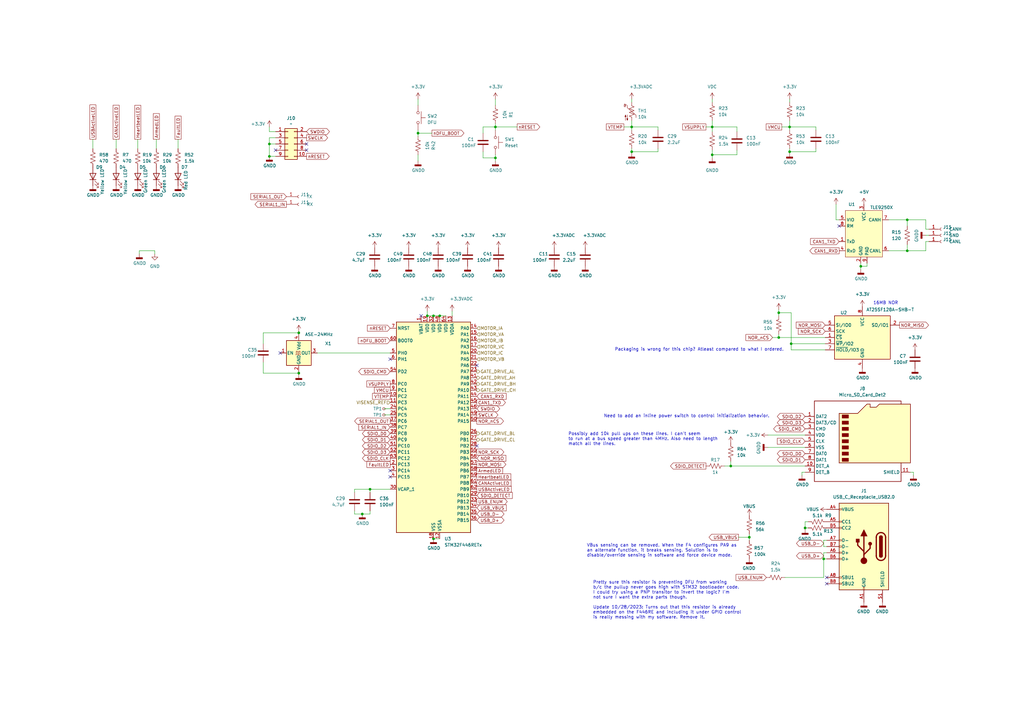
<source format=kicad_sch>
(kicad_sch (version 20230121) (generator eeschema)
  (paper "A3")
  (junction (at 180.34 129.54))
  (junction (at 110.49 59.055))
  (junction (at 122.555 136.525))
  (junction (at 122.555 153.035))
  (junction (at 148.59 210.82))
  (junction (at 177.8 129.54))
  (junction (at 292.1 52.07))
  (junction (at 151.765 200.66))
  (junction (at 177.8 220.98))
  (junction (at 299.72 191.135))
  (junction (at 171.45 54.61))
  (junction (at 372.11 102.87))
  (junction (at 259.08 52.07))
  (junction (at 337.82 229.235))
  (junction (at 203.2 64.77))
  (junction (at 307.34 220.345))
  (junction (at 292.1 63.5))
  (junction (at 323.85 62.23))
  (junction (at 324.485 140.97))
  (junction (at 319.405 138.43))
  (junction (at 330.2 216.535))
  (junction (at 175.26 129.54))
  (junction (at 259.08 62.23))
  (junction (at 372.11 90.17))
  (junction (at 203.2 52.07))
  (junction (at 353.06 109.22))
  (junction (at 110.49 64.135))
  (junction (at 319.405 128.27))
  (junction (at 323.85 52.07))
  (no_connect (at 339.09 236.855))
  (no_connect (at 344.17 92.71))
  (no_connect (at 160.02 193.04))
  (no_connect (at 125.73 61.595))
  (no_connect (at 125.73 59.055))
  (no_connect (at 160.02 147.32))
  (no_connect (at 113.03 61.595))
  (no_connect (at 195.58 149.86))
  (no_connect (at 195.58 182.88))
  (no_connect (at 339.09 239.395))
  (no_connect (at 160.02 195.58))
  (no_connect (at 172.72 129.54))
  (no_connect (at 114.935 144.78))
  (wire (pts (xy 145.415 201.93) (xy 145.415 200.66)))
  (wire (pts (xy 328.93 194.945) (xy 328.93 193.675)))
  (wire (pts (xy 185.42 127.635) (xy 185.42 129.54)))
  (wire (pts (xy 113.03 59.055) (xy 110.49 59.055)))
  (wire (pts (xy 57.15 104.14) (xy 57.15 102.87)))
  (wire (pts (xy 259.08 62.23) (xy 259.08 62.865)))
  (wire (pts (xy 334.645 60.96) (xy 334.645 62.23)))
  (wire (pts (xy 337.82 224.155) (xy 339.09 224.155)))
  (wire (pts (xy 337.82 226.695) (xy 337.82 229.235)))
  (wire (pts (xy 319.405 128.27) (xy 319.405 129.54)))
  (wire (pts (xy 110.49 64.135) (xy 110.49 59.055)))
  (wire (pts (xy 110.49 56.515) (xy 113.03 56.515)))
  (wire (pts (xy 297.18 191.135) (xy 299.72 191.135)))
  (wire (pts (xy 63.5 102.87) (xy 63.5 104.14)))
  (wire (pts (xy 314.96 183.515) (xy 330.2 183.515)))
  (wire (pts (xy 38.1 57.15) (xy 38.1 60.96)))
  (wire (pts (xy 171.45 54.61) (xy 171.45 55.88)))
  (wire (pts (xy 374.65 193.675) (xy 374.65 194.945)))
  (wire (pts (xy 373.38 193.675) (xy 374.65 193.675)))
  (wire (pts (xy 203.2 52.07) (xy 203.2 53.34)))
  (wire (pts (xy 355.6 109.22) (xy 353.06 109.22)))
  (wire (pts (xy 299.72 191.135) (xy 330.2 191.135)))
  (wire (pts (xy 73.025 57.15) (xy 73.025 60.96)))
  (wire (pts (xy 364.49 102.87) (xy 372.11 102.87)))
  (wire (pts (xy 339.09 226.695) (xy 337.82 226.695)))
  (wire (pts (xy 130.175 144.78) (xy 160.02 144.78)))
  (wire (pts (xy 372.11 100.33) (xy 372.11 102.87)))
  (wire (pts (xy 203.2 63.5) (xy 203.2 64.77)))
  (wire (pts (xy 259.08 40.64) (xy 259.08 41.91)))
  (wire (pts (xy 331.47 216.535) (xy 330.2 216.535)))
  (wire (pts (xy 171.45 54.61) (xy 177.165 54.61)))
  (wire (pts (xy 203.2 50.8) (xy 203.2 52.07)))
  (wire (pts (xy 379.73 102.87) (xy 379.73 99.06)))
  (wire (pts (xy 364.49 90.17) (xy 372.11 90.17)))
  (wire (pts (xy 339.09 229.235) (xy 337.82 229.235)))
  (wire (pts (xy 379.73 99.06) (xy 381 99.06)))
  (wire (pts (xy 259.08 52.07) (xy 259.08 53.34)))
  (wire (pts (xy 302.26 52.07) (xy 302.26 53.975)))
  (wire (pts (xy 319.405 138.43) (xy 338.455 138.43)))
  (wire (pts (xy 292.1 52.07) (xy 292.1 53.975)))
  (wire (pts (xy 292.1 40.64) (xy 292.1 41.91)))
  (wire (pts (xy 292.1 63.5) (xy 302.26 63.5)))
  (wire (pts (xy 56.515 57.15) (xy 56.515 60.96)))
  (wire (pts (xy 319.405 128.27) (xy 324.485 128.27)))
  (wire (pts (xy 151.765 209.55) (xy 151.765 210.82)))
  (wire (pts (xy 107.95 136.525) (xy 122.555 136.525)))
  (wire (pts (xy 292.1 49.53) (xy 292.1 52.07)))
  (wire (pts (xy 292.1 63.5) (xy 292.1 64.77)))
  (wire (pts (xy 372.11 90.17) (xy 372.11 92.71)))
  (wire (pts (xy 198.12 52.07) (xy 203.2 52.07)))
  (wire (pts (xy 107.95 153.035) (xy 122.555 153.035)))
  (wire (pts (xy 110.49 52.07) (xy 110.49 53.975)))
  (wire (pts (xy 334.645 62.23) (xy 323.85 62.23)))
  (wire (pts (xy 379.73 90.17) (xy 379.73 93.98)))
  (wire (pts (xy 122.555 153.035) (xy 122.555 153.67)))
  (wire (pts (xy 323.85 49.53) (xy 323.85 52.07)))
  (wire (pts (xy 259.08 52.07) (xy 269.875 52.07)))
  (wire (pts (xy 307.34 220.345) (xy 307.34 221.615)))
  (wire (pts (xy 113.03 64.135) (xy 110.49 64.135)))
  (wire (pts (xy 107.95 140.97) (xy 107.95 136.525)))
  (wire (pts (xy 314.96 178.435) (xy 330.2 178.435)))
  (wire (pts (xy 316.865 138.43) (xy 319.405 138.43)))
  (wire (pts (xy 323.85 62.23) (xy 323.85 62.865)))
  (wire (pts (xy 353.06 107.95) (xy 353.06 109.22)))
  (wire (pts (xy 110.49 53.975) (xy 113.03 53.975)))
  (wire (pts (xy 64.135 57.15) (xy 64.135 60.96)))
  (wire (pts (xy 321.945 236.855) (xy 337.82 236.855)))
  (wire (pts (xy 203.2 52.07) (xy 212.09 52.07)))
  (wire (pts (xy 122.555 136.525) (xy 122.555 137.16)))
  (wire (pts (xy 157.48 170.18) (xy 160.02 170.18)))
  (wire (pts (xy 122.555 135.89) (xy 122.555 136.525)))
  (wire (pts (xy 307.34 219.075) (xy 307.34 220.345)))
  (wire (pts (xy 338.455 140.97) (xy 324.485 140.97)))
  (wire (pts (xy 292.1 61.595) (xy 292.1 63.5)))
  (wire (pts (xy 259.08 60.96) (xy 259.08 62.23)))
  (wire (pts (xy 151.765 201.93) (xy 151.765 200.66)))
  (wire (pts (xy 342.9 83.82) (xy 342.9 90.17)))
  (wire (pts (xy 319.405 127) (xy 319.405 128.27)))
  (wire (pts (xy 180.34 129.54) (xy 182.88 129.54)))
  (wire (pts (xy 269.875 62.23) (xy 259.08 62.23)))
  (wire (pts (xy 302.895 220.345) (xy 307.34 220.345)))
  (wire (pts (xy 198.12 62.23) (xy 198.12 64.77)))
  (wire (pts (xy 289.56 52.07) (xy 292.1 52.07)))
  (wire (pts (xy 319.405 137.16) (xy 319.405 138.43)))
  (wire (pts (xy 259.08 49.53) (xy 259.08 52.07)))
  (wire (pts (xy 324.485 140.97) (xy 324.485 128.27)))
  (wire (pts (xy 302.26 52.07) (xy 292.1 52.07)))
  (wire (pts (xy 175.26 129.54) (xy 177.8 129.54)))
  (wire (pts (xy 177.8 220.98) (xy 180.34 220.98)))
  (wire (pts (xy 255.905 52.07) (xy 259.08 52.07)))
  (wire (pts (xy 379.73 96.52) (xy 381 96.52)))
  (wire (pts (xy 353.06 109.22) (xy 353.06 110.49)))
  (wire (pts (xy 171.45 53.34) (xy 171.45 54.61)))
  (wire (pts (xy 177.8 129.54) (xy 180.34 129.54)))
  (wire (pts (xy 320.675 52.07) (xy 323.85 52.07)))
  (wire (pts (xy 145.415 209.55) (xy 145.415 210.82)))
  (wire (pts (xy 331.47 213.995) (xy 330.2 213.995)))
  (wire (pts (xy 107.95 148.59) (xy 107.95 153.035)))
  (wire (pts (xy 323.85 52.07) (xy 323.85 53.34)))
  (wire (pts (xy 198.12 54.61) (xy 198.12 52.07)))
  (wire (pts (xy 342.9 90.17) (xy 344.17 90.17)))
  (wire (pts (xy 110.49 56.515) (xy 110.49 59.055)))
  (wire (pts (xy 157.48 167.64) (xy 160.02 167.64)))
  (wire (pts (xy 122.555 152.4) (xy 122.555 153.035)))
  (wire (pts (xy 269.875 53.34) (xy 269.875 52.07)))
  (wire (pts (xy 145.415 210.82) (xy 148.59 210.82)))
  (wire (pts (xy 171.45 40.64) (xy 171.45 43.18)))
  (wire (pts (xy 203.2 40.64) (xy 203.2 43.18)))
  (wire (pts (xy 151.765 200.66) (xy 160.02 200.66)))
  (wire (pts (xy 57.15 102.87) (xy 63.5 102.87)))
  (wire (pts (xy 379.73 93.98) (xy 381 93.98)))
  (wire (pts (xy 372.11 102.87) (xy 379.73 102.87)))
  (wire (pts (xy 372.11 90.17) (xy 379.73 90.17)))
  (wire (pts (xy 323.85 52.07) (xy 334.645 52.07)))
  (wire (pts (xy 203.2 64.77) (xy 203.2 66.04)))
  (wire (pts (xy 171.45 63.5) (xy 171.45 66.04)))
  (wire (pts (xy 330.2 216.535) (xy 330.2 217.17)))
  (wire (pts (xy 47.625 57.15) (xy 47.625 60.96)))
  (wire (pts (xy 337.82 236.855) (xy 337.82 229.235)))
  (wire (pts (xy 334.645 53.34) (xy 334.645 52.07)))
  (wire (pts (xy 145.415 200.66) (xy 151.765 200.66)))
  (wire (pts (xy 323.85 40.64) (xy 323.85 41.91)))
  (wire (pts (xy 337.82 221.615) (xy 337.82 224.155)))
  (wire (pts (xy 339.09 221.615) (xy 337.82 221.615)))
  (wire (pts (xy 175.26 127.635) (xy 175.26 129.54)))
  (wire (pts (xy 323.85 60.96) (xy 323.85 62.23)))
  (wire (pts (xy 338.455 143.51) (xy 324.485 143.51)))
  (wire (pts (xy 269.875 60.96) (xy 269.875 62.23)))
  (wire (pts (xy 299.72 189.23) (xy 299.72 191.135)))
  (wire (pts (xy 355.6 107.95) (xy 355.6 109.22)))
  (wire (pts (xy 330.2 213.995) (xy 330.2 216.535)))
  (wire (pts (xy 328.93 193.675) (xy 330.2 193.675)))
  (wire (pts (xy 198.12 64.77) (xy 203.2 64.77)))
  (wire (pts (xy 302.26 61.595) (xy 302.26 63.5)))
  (wire (pts (xy 151.765 210.82) (xy 148.59 210.82)))
  (wire (pts (xy 324.485 143.51) (xy 324.485 140.97)))
  (text "Need to add an inline power switch to control initialization behavior." (at 247.65 171.45 0) (effects (font (size 1.27 1.27)) (justify left bottom)))
  (text "Packaging is wrong for this chip? Atleast compared to what I ordered." (at 252.095 144.145 0) (effects (font (size 1.27 1.27)) (justify left bottom)))
  (text "Possibly add 10k pull ups on these lines. I can't seem\nto run at a bus speed greater than 4MHz. Also need to length\nmatch all the lines." (at 233.045 182.88 0) (effects (font (size 1.27 1.27)) (justify left bottom)))
  (text "Pretty sure this resistor is preventing DFU from working\nb/c the pullup never goes high with STM32 bootloader code.\nI could try using a PNP transitor to invert the logic? I'm\nnot sure I want the extra parts though.\n\nUpdate 10/28/2023: Turns out that this resistor is already\nembedded on the F446RE and including it under GPIO control\nis really messing with my software. Remove it." (at 243.205 254 0) (effects (font (size 1.27 1.27)) (justify left bottom)))
  (text "VBus sensing can be removed. When the F4 configures PA9 as\nan alternate function, it breaks sensing. Solution is to \ndisable/override sensing in software and force device mode." (at 240.665 228.6 0) (effects (font (size 1.27 1.27)) (justify left bottom)))
  (text "16MB NOR" (at 358.14 125.095 0) (effects (font (size 1.27 1.27)) (justify left bottom)))
  (global_label "NOR_MISO" (shape input) (at 195.58 187.96 0) (property "Intersheetrefs" "${INTERSHEET_REFS}" (effects hide)))
  (global_label "SERIAL1_OUT" (shape input) (at 117.475 80.645 180) (property "Intersheetrefs" "${INTERSHEET_REFS}" (effects hide)))
  (global_label "NOR_SCK" (shape output) (at 195.58 185.42 0) (property "Intersheetrefs" "${INTERSHEET_REFS}" (effects hide)))
  (global_label "CAN1_TXD" (shape output) (at 195.58 165.1 0) (property "Intersheetrefs" "${INTERSHEET_REFS}" (effects hide)))
  (global_label "SDIO_CLK" (shape input) (at 330.2 180.975 180) (property "Intersheetrefs" "${INTERSHEET_REFS}" (effects hide)))
  (global_label "SDIO_D1" (shape bidirectional) (at 160.02 180.34 180) (property "Intersheetrefs" "${INTERSHEET_REFS}" (effects hide)))
  (global_label "ArmedLED" (shape passive) (at 64.135 57.15 90) (property "Intersheetrefs" "${INTERSHEET_REFS}" (effects hide)))
  (global_label "SERIAL1_OUT" (shape output) (at 160.02 172.72 180) (property "Intersheetrefs" "${INTERSHEET_REFS}" (effects hide)))
  (global_label "USB_D+" (shape bidirectional) (at 195.58 213.36 0) (property "Intersheetrefs" "${INTERSHEET_REFS}" (effects hide)))
  (global_label "USB_ENUM" (shape input) (at 314.325 236.855 180) (property "Intersheetrefs" "${INTERSHEET_REFS}" (effects hide)))
  (global_label "SDIO_D2" (shape bidirectional) (at 160.02 182.88 180) (property "Intersheetrefs" "${INTERSHEET_REFS}" (effects hide)))
  (global_label "SWCLK" (shape output) (at 125.73 56.515 0) (property "Intersheetrefs" "${INTERSHEET_REFS}" (effects hide)))
  (global_label "USBActiveLED" (shape passive) (at 38.1 57.15 90) (property "Intersheetrefs" "${INTERSHEET_REFS}" (effects hide)))
  (global_label "VMCU" (shape passive) (at 320.675 52.07 180) (property "Intersheetrefs" "${INTERSHEET_REFS}" (effects hide)))
  (global_label "USB_D-" (shape bidirectional) (at 337.82 222.885 180) (property "Intersheetrefs" "${INTERSHEET_REFS}" (effects hide)))
  (global_label "nRESET" (shape output) (at 212.09 52.07 0) (property "Intersheetrefs" "${INTERSHEET_REFS}" (effects hide)))
  (global_label "CAN1_RXD" (shape output) (at 344.17 102.87 180) (property "Intersheetrefs" "${INTERSHEET_REFS}" (effects hide)))
  (global_label "SDIO_D1" (shape bidirectional) (at 330.2 188.595 180) (property "Intersheetrefs" "${INTERSHEET_REFS}" (effects hide)))
  (global_label "SDIO_CMD" (shape bidirectional) (at 330.2 175.895 180) (property "Intersheetrefs" "${INTERSHEET_REFS}" (effects hide)))
  (global_label "SWDIO" (shape bidirectional) (at 125.73 53.975 0) (property "Intersheetrefs" "${INTERSHEET_REFS}" (effects hide)))
  (global_label "nDFU_BOOT" (shape output) (at 177.165 54.61 0) (property "Intersheetrefs" "${INTERSHEET_REFS}" (effects hide)))
  (global_label "CANActiveLED" (shape passive) (at 47.625 57.15 90) (property "Intersheetrefs" "${INTERSHEET_REFS}" (effects hide)))
  (global_label "SERIAL1_IN" (shape output) (at 117.475 83.82 180) (property "Intersheetrefs" "${INTERSHEET_REFS}" (effects hide)))
  (global_label "FaultLED" (shape passive) (at 160.02 190.5 180) (property "Intersheetrefs" "${INTERSHEET_REFS}" (effects hide)))
  (global_label "VTEMP" (shape passive) (at 255.905 52.07 180) (property "Intersheetrefs" "${INTERSHEET_REFS}" (effects hide)))
  (global_label "SDIO_D0" (shape bidirectional) (at 160.02 177.8 180) (property "Intersheetrefs" "${INTERSHEET_REFS}" (effects hide)))
  (global_label "nDFU_BOOT" (shape input) (at 160.02 139.7 180) (property "Intersheetrefs" "${INTERSHEET_REFS}" (effects hide)))
  (global_label "USBActiveLED" (shape passive) (at 195.58 200.66 0) (property "Intersheetrefs" "${INTERSHEET_REFS}" (effects hide)))
  (global_label "NOR_SCK" (shape input) (at 338.455 135.89 180) (property "Intersheetrefs" "${INTERSHEET_REFS}" (effects hide)))
  (global_label "SDIO_DETECT" (shape input) (at 195.58 203.2 0) (property "Intersheetrefs" "${INTERSHEET_REFS}" (effects hide)))
  (global_label "USB_VBUS" (shape output) (at 302.895 220.345 180) (property "Intersheetrefs" "${INTERSHEET_REFS}" (effects hide)))
  (global_label "VSUPPLY" (shape passive) (at 289.56 52.07 180) (property "Intersheetrefs" "${INTERSHEET_REFS}" (effects hide)))
  (global_label "SDIO_DETECT" (shape output) (at 289.56 191.135 180) (property "Intersheetrefs" "${INTERSHEET_REFS}" (effects hide)))
  (global_label "USB_ENUM" (shape output) (at 195.58 205.74 0) (property "Intersheetrefs" "${INTERSHEET_REFS}" (effects hide)))
  (global_label "SDIO_D0" (shape bidirectional) (at 330.2 186.055 180) (property "Intersheetrefs" "${INTERSHEET_REFS}" (effects hide)))
  (global_label "HeartbeatLED" (shape passive) (at 56.515 57.15 90) (property "Intersheetrefs" "${INTERSHEET_REFS}" (effects hide)))
  (global_label "NOR_nCS" (shape output) (at 195.58 172.72 0) (property "Intersheetrefs" "${INTERSHEET_REFS}" (effects hide)))
  (global_label "ArmedLED" (shape passive) (at 195.58 193.04 0) (property "Intersheetrefs" "${INTERSHEET_REFS}" (effects hide)))
  (global_label "NOR_MISO" (shape output) (at 368.935 133.35 0) (property "Intersheetrefs" "${INTERSHEET_REFS}" (effects hide)))
  (global_label "HeartbeatLED" (shape passive) (at 195.58 195.58 0) (property "Intersheetrefs" "${INTERSHEET_REFS}" (effects hide)))
  (global_label "SDIO_CMD" (shape bidirectional) (at 160.02 152.4 180) (property "Intersheetrefs" "${INTERSHEET_REFS}" (effects hide)))
  (global_label "SDIO_D2" (shape bidirectional) (at 330.2 170.815 180) (property "Intersheetrefs" "${INTERSHEET_REFS}" (effects hide)))
  (global_label "VMCU" (shape passive) (at 160.02 160.02 180) (property "Intersheetrefs" "${INTERSHEET_REFS}" (effects hide)))
  (global_label "SDIO_CLK" (shape output) (at 160.02 187.96 180) (property "Intersheetrefs" "${INTERSHEET_REFS}" (effects hide)))
  (global_label "nRESET" (shape input) (at 160.02 134.62 180) (property "Intersheetrefs" "${INTERSHEET_REFS}" (effects hide)))
  (global_label "CANActiveLED" (shape passive) (at 195.58 198.12 0) (property "Intersheetrefs" "${INTERSHEET_REFS}" (effects hide)))
  (global_label "CAN1_RXD" (shape input) (at 195.58 162.56 0) (property "Intersheetrefs" "${INTERSHEET_REFS}" (effects hide)))
  (global_label "NOR_MOSI" (shape output) (at 195.58 190.5 0) (property "Intersheetrefs" "${INTERSHEET_REFS}" (effects hide)))
  (global_label "USB_D-" (shape bidirectional) (at 195.58 210.82 0) (property "Intersheetrefs" "${INTERSHEET_REFS}" (effects hide)))
  (global_label "VSUPPLY" (shape passive) (at 160.02 157.48 180) (property "Intersheetrefs" "${INTERSHEET_REFS}" (effects hide)))
  (global_label "USB_VBUS" (shape input) (at 195.58 208.28 0) (property "Intersheetrefs" "${INTERSHEET_REFS}" (effects hide)))
  (global_label "SERIAL1_IN" (shape input) (at 160.02 175.26 180) (property "Intersheetrefs" "${INTERSHEET_REFS}" (effects hide)))
  (global_label "SDIO_D3" (shape bidirectional) (at 330.2 173.355 180) (property "Intersheetrefs" "${INTERSHEET_REFS}" (effects hide)))
  (global_label "NOR_nCS" (shape input) (at 316.865 138.43 180) (property "Intersheetrefs" "${INTERSHEET_REFS}" (effects hide)))
  (global_label "CAN1_TXD" (shape input) (at 344.17 99.06 180) (property "Intersheetrefs" "${INTERSHEET_REFS}" (effects hide)))
  (global_label "SWDIO" (shape bidirectional) (at 195.58 167.64 0) (property "Intersheetrefs" "${INTERSHEET_REFS}" (effects hide)))
  (global_label "nRESET" (shape output) (at 125.73 64.135 0) (property "Intersheetrefs" "${INTERSHEET_REFS}" (effects hide)))
  (global_label "SWCLK" (shape output) (at 195.58 170.18 0) (property "Intersheetrefs" "${INTERSHEET_REFS}" (effects hide)))
  (global_label "FaultLED" (shape passive) (at 73.025 57.15 90) (property "Intersheetrefs" "${INTERSHEET_REFS}" (effects hide)))
  (global_label "SDIO_D3" (shape bidirectional) (at 160.02 185.42 180) (property "Intersheetrefs" "${INTERSHEET_REFS}" (effects hide)))
  (global_label "USB_D+" (shape bidirectional) (at 337.82 227.965 180) (property "Intersheetrefs" "${INTERSHEET_REFS}" (effects hide)))
  (global_label "NOR_MOSI" (shape input) (at 338.455 133.35 180) (property "Intersheetrefs" "${INTERSHEET_REFS}" (effects hide)))
  (global_label "VTEMP" (shape passive) (at 160.02 162.56 180) (property "Intersheetrefs" "${INTERSHEET_REFS}" (effects hide)))
  (hierarchical_label "GATE_DRIVE_CH" (shape output) (at 195.58 160.02 0))
  (hierarchical_label "VISENSE_REF" (shape input) (at 160.02 165.1 180))
  (hierarchical_label "MOTOR_IB" (shape input) (at 195.58 139.7 0))
  (hierarchical_label "MOTOR_VC" (shape input) (at 195.58 142.24 0))
  (hierarchical_label "GATE_DRIVE_AL" (shape output) (at 195.58 152.4 0))
  (hierarchical_label "GATE_DRIVE_CL" (shape output) (at 195.58 180.34 0))
  (hierarchical_label "MOTOR_VA" (shape input) (at 195.58 137.16 0))
  (hierarchical_label "MOTOR_IA" (shape input) (at 195.58 134.62 0))
  (hierarchical_label "MOTOR_VB" (shape input) (at 195.58 147.32 0))
  (hierarchical_label "GATE_DRIVE_BL" (shape output) (at 195.58 177.8 0))
  (hierarchical_label "GATE_DRIVE_BH" (shape output) (at 195.58 157.48 0))
  (hierarchical_label "MOTOR_IC" (shape input) (at 195.58 144.78 0))
  (hierarchical_label "GATE_DRIVE_AH" (shape output) (at 195.58 154.94 0))
  (symbol (lib_id "Device:LED") (at 64.135 72.39 90) (unit 1)
    (property "Reference" "D6" (at 65.405 68.58 90) (effects (justify right)))
    (property "Value" "Green LED" (at 67.31 69.215 0) (effects (justify right)))
    (property "Footprint" "Diode_SMD:D_0603_1608Metric" (effects hide))
    (property "LCSC" "C72043" (effects hide))
  )
  (symbol (lib_id "Connector_Generic:Conn_02x05_Odd_Even") (at 118.11 59.055 0) (unit 1)
    (property "Reference" "J10" (at 119.38 48.4632 0))
    (property "Value" "~" (at 119.38 50.7746 0))
    (property "Footprint" "Connector_PinHeader_1.27mm:PinHeader_2x05_P1.27mm_Vertical" (effects hide))
    (property "DigiKey" "609-3712-ND" (effects hide))
  )
  (symbol (lib_id "power:+3.3V") (at 323.85 40.64 0) (unit 1)
    (property "Reference" "#PWR059" (effects hide))
    (property "Value" "+3.3V" (at 323.85 35.56 0))
  )
  (symbol (lib_id "power:GNDD") (at 227.33 109.22 0) (unit 1)
    (property "Reference" "#PWR024" (effects hide))
    (property "Value" "GNDD" (at 224.79 113.03 0) (effects (justify left)))
  )
  (symbol (lib_id "Connector:Conn_01x01_Female") (at 386.08 96.52 0) (unit 1)
    (property "Reference" "J11" (at 386.7912 95.6853 0) (effects (justify left)))
    (property "Value" "GND" (at 389.255 96.52 0) (effects (justify left)))
    (property "Footprint" "TestPoint:TestPoint_Pad_1.5x1.5mm" (effects hide))
    (property "DigiKey" "N/A" (effects hide))
    (instances (project "OrbitESC" (path "" (reference "J11") (unit 1)) (path "" (reference "J6") (unit 1))))
  )
  (symbol (lib_id "power:GNDD") (at 179.705 109.22 0) (unit 1)
    (property "Reference" "#PWR099" (effects hide))
    (property "Value" "GNDD" (at 177.165 113.03 0) (effects (justify left)))
  )
  (symbol (lib_id "power:GNDD") (at 191.77 109.22 0) (unit 1)
    (property "Reference" "#PWR084" (effects hide))
    (property "Value" "GNDD" (at 189.23 113.03 0) (effects (justify left)))
  )
  (symbol (lib_id "power:+3.3V") (at 110.49 52.07 0) (mirror y) (unit 1)
    (property "Reference" "#PWR071" (effects hide))
    (property "Value" "+3.3V" (at 102.87 50.8 0) (effects (justify right)))
  )
  (symbol (lib_id "power:GNDD") (at 204.47 109.22 0) (unit 1)
    (property "Reference" "#PWR088" (effects hide))
    (property "Value" "GNDD" (at 201.93 113.03 0) (effects (justify left)))
  )
  (symbol (lib_id "Switch:SW_Push") (at 171.45 48.26 270) (unit 1)
    (property "Reference" "SW2" (at 175.26 47.625 90) (effects (justify left)))
    (property "Value" "DFU" (at 175.26 50.165 90) (effects (justify left)))
    (property "Footprint" "Button_Switch_SMD:SW_SPST_EVQP2" (effects hide))
    (property "DigiKey" "P11081SCT-ND" (effects hide))
  )
  (symbol (lib_id "Device:C") (at 269.875 57.15 180) (unit 1)
    (property "Reference" "C29" (at 273.685 55.8799 0) (effects (justify right)))
    (property "Value" "2.2uF" (at 273.685 58.4199 0) (effects (justify right)))
    (property "Footprint" "Capacitor_SMD:C_0402_1005Metric" (effects hide))
    (property "LCSC" "C12530" (effects hide))
    (instances (project "OrbitESC" (path "" (reference "C29") (unit 1)) (path "" (reference "C3") (unit 1))))
  )
  (symbol (lib_id "power:GNDD") (at 374.65 194.945 0) (unit 1)
    (property "Reference" "#PWR0102" (effects hide))
    (property "Value" "GNDD" (at 372.11 198.755 0) (effects (justify left)))
  )
  (symbol (lib_id "Device:C") (at 302.26 57.785 0) (unit 1)
    (property "Reference" "C13" (at 306.07 56.5149 0) (effects (justify left)))
    (property "Value" "100nF" (at 306.07 59.0549 0) (effects (justify left)))
    (property "Footprint" "Capacitor_SMD:C_0402_1005Metric" (effects hide))
    (property "LCSC" "C307331" (effects hide))
    (instances (project "OrbitESC" (path "" (reference "C13") (unit 1)) (path "" (reference "C6") (unit 1))))
  )
  (symbol (lib_id "power:VBUS") (at 307.34 211.455 0) (mirror y) (unit 1)
    (property "Reference" "#PWR060" (effects hide))
    (property "Value" "VBUS" (at 307.34 207.645 0))
  )
  (symbol (lib_id "Device:C") (at 145.415 205.74 0) (mirror x) (unit 1)
    (property "Reference" "C29" (at 141.605 204.4699 0) (effects (justify right)))
    (property "Value" "4.7uF" (at 141.605 207.0099 0) (effects (justify right)))
    (property "Footprint" "Capacitor_SMD:C_0402_1005Metric" (effects hide))
    (property "LCSC" "C23733" (effects hide))
    (instances (project "OrbitESC" (path "" (reference "C29") (unit 1)) (path "" (reference "C46") (unit 1))))
  )
  (symbol (lib_id "power:GNDD") (at 64.135 76.2 0) (unit 1)
    (property "Reference" "#PWR016" (effects hide))
    (property "Value" "GNDD" (at 61.595 80.01 0) (effects (justify left)))
  )
  (symbol (lib_id "power:+3.3V") (at 375.285 143.51 0) (unit 1)
    (property "Reference" "#PWR056" (effects hide))
    (property "Value" "+3.3V" (at 375.285 138.43 0))
  )
  (symbol (lib_id "Device:LED") (at 56.515 72.39 90) (unit 1)
    (property "Reference" "D5" (at 57.15 68.58 90) (effects (justify right)))
    (property "Value" "Green LED" (at 59.69 69.215 0) (effects (justify right)))
    (property "Footprint" "Diode_SMD:D_0603_1608Metric" (effects hide))
    (property "LCSC" "C72043" (effects hide))
  )
  (symbol (lib_id "power:GNDD") (at 73.025 76.2 0) (unit 1)
    (property "Reference" "#PWR021" (effects hide))
    (property "Value" "GNDD" (at 70.485 80.01 0) (effects (justify left)))
  )
  (symbol (lib_id "power:GNDD") (at 177.8 220.98 0) (unit 1)
    (property "Reference" "#PWR055" (effects hide))
    (property "Value" "GNDD" (at 175.26 224.79 0) (effects (justify left)))
  )
  (symbol (lib_id "power:GNDD") (at 153.67 109.22 0) (unit 1)
    (property "Reference" "#PWR019" (effects hide))
    (property "Value" "GNDD" (at 151.13 113.03 0) (effects (justify left)))
  )
  (symbol (lib_id "power:+3.3V") (at 175.26 127.635 0) (unit 1)
    (property "Reference" "#PWR041" (effects hide))
    (property "Value" "+3.3V" (at 175.26 122.555 0))
  )
  (symbol (lib_id "Connector:Conn_01x01_Female") (at 386.08 93.98 0) (unit 1)
    (property "Reference" "J11" (at 386.7912 93.1453 0) (effects (justify left)))
    (property "Value" "CANH" (at 389.255 93.98 0) (effects (justify left)))
    (property "Footprint" "TestPoint:TestPoint_Pad_1.5x1.5mm" (effects hide))
    (property "DigiKey" "N/A" (effects hide))
    (instances (project "OrbitESC" (path "" (reference "J11") (unit 1)) (path "" (reference "J2") (unit 1))))
  )
  (symbol (lib_id "Connector:TestPoint_Small") (at 157.48 170.18 0) (unit 1)
    (property "Reference" "TP1" (at 153.035 170.18 0) (effects (justify left)))
    (property "Value" "CH" (effects hide))
    (property "Footprint" "TestPoint:TestPoint_Pad_D1.0mm" (effects hide))
    (property "DigiKey" "N/A" (effects hide))
    (instances (project "OrbitESC" (path "" (reference "TP1") (unit 1)) (path "" (reference "TP2") (unit 1))))
  )
  (symbol (lib_id "Device:C") (at 179.705 105.41 180) (unit 1)
    (property "Reference" "C48" (at 173.355 104.14 0) (effects (justify right)))
    (property "Value" "100nF" (at 170.815 106.68 0) (effects (justify right)))
    (property "Footprint" "Capacitor_SMD:C_0402_1005Metric" (effects hide))
    (property "LCSC" "C307331" (effects hide))
  )
  (symbol (lib_id "Device:R_US") (at 319.405 133.35 0) (mirror x) (unit 1)
    (property "Reference" "R55" (at 316.865 132.0799 0) (effects (justify right)))
    (property "Value" "10k" (at 316.865 134.6199 0) (effects (justify right)))
    (property "Footprint" "Resistor_SMD:R_0402_1005Metric" (effects hide))
    (property "LCSC" "C25744" (effects hide))
  )
  (symbol (lib_id "Device:C") (at 375.285 147.32 180) (unit 1)
    (property "Reference" "C7" (at 368.935 146.05 0) (effects (justify right)))
    (property "Value" "100nF" (at 366.395 148.59 0) (effects (justify right)))
    (property "Footprint" "Capacitor_SMD:C_0402_1005Metric" (effects hide))
    (property "LCSC" "C307331" (effects hide))
  )
  (symbol (lib_id "Connector:TestPoint_Small") (at 157.48 167.64 0) (unit 1)
    (property "Reference" "TP1" (at 153.035 167.64 0) (effects (justify left)))
    (property "Value" "CH" (effects hide))
    (property "Footprint" "TestPoint:TestPoint_Pad_D1.0mm" (effects hide))
    (property "DigiKey" "N/A" (effects hide))
  )
  (symbol (lib_id "power:GNDD") (at 379.73 96.52 270) (unit 1)
    (property "Reference" "#PWR050" (effects hide))
    (property "Value" "GNDD" (at 375.92 93.98 0) (effects (justify left)))
  )
  (symbol (lib_id "power:GNDD") (at 38.1 76.2 0) (unit 1)
    (property "Reference" "#PWR064" (effects hide))
    (property "Value" "GNDD" (at 35.56 80.01 0) (effects (justify left)))
  )
  (symbol (lib_id "Device:R_US") (at 292.1 45.72 180) (unit 1)
    (property "Reference" "R23" (at 294.64 44.4499 0) (effects (justify right)))
    (property "Value" "10k" (at 294.64 46.9899 0) (effects (justify right)))
    (property "Footprint" "Resistor_SMD:R_0402_1005Metric" (effects hide))
    (property "LCSC" "C25744" (effects hide))
  )
  (symbol (lib_id "Device:C") (at 107.95 144.78 180) (unit 1)
    (property "Reference" "C35" (at 101.6 143.51 0) (effects (justify right)))
    (property "Value" "100nF" (at 99.06 146.05 0) (effects (justify right)))
    (property "Footprint" "Capacitor_SMD:C_0402_1005Metric" (effects hide))
    (property "LCSC" "C307331" (effects hide))
  )
  (symbol (lib_id "MCU_ST_STM32F4:STM32F446RETx") (at 177.8 175.26 0) (unit 1)
    (property "Reference" "U3" (at 182.2959 220.98 0) (effects (justify left)))
    (property "Value" "STM32F446RETx" (at 182.2959 223.52 0) (effects (justify left)))
    (property "Footprint" "Package_QFP:LQFP-64_10x10mm_P0.5mm" (effects hide))
    (property "Datasheet" "https://www.st.com/resource/en/datasheet/stm32f446re.pdf" (effects hide))
    (property "LCSC" "C69336" (effects hide))
  )
  (symbol (lib_id "power:+3.3V") (at 171.45 40.64 0) (unit 1)
    (property "Reference" "#PWR022" (effects hide))
    (property "Value" "+3.3V" (at 171.45 35.56 0))
  )
  (symbol (lib_id "Device:R_US") (at 335.28 216.535 270) (mirror x) (unit 1)
    (property "Reference" "R13" (at 339.725 217.805 90))
    (property "Value" "5.1k" (at 335.28 219.075 90))
    (property "Footprint" "Resistor_SMD:R_0402_1005Metric" (effects hide))
    (property "LCSC" "C25905" (effects hide))
  )
  (symbol (lib_id "Device:R_US") (at 307.34 215.265 0) (unit 1)
    (property "Reference" "R56" (at 309.88 214.63 0) (effects (justify left)))
    (property "Value" "56k" (at 309.88 217.17 0) (effects (justify left)))
    (property "Footprint" "Resistor_SMD:R_0402_1005Metric" (effects hide))
    (property "LCSC" "C25796" (effects hide))
  )
  (symbol (lib_id "power:GNDD") (at 307.34 229.235 0) (mirror y) (unit 1)
    (property "Reference" "#PWR062" (effects hide))
    (property "Value" "GNDD" (at 309.88 233.045 0) (effects (justify left)))
  )
  (symbol (lib_id "Connector:Micro_SD_Card_Det2") (at 353.06 180.975 0) (unit 1)
    (property "Reference" "J8" (at 353.695 159.385 0))
    (property "Value" "Micro_SD_Card_Det2" (at 353.695 161.925 0))
    (property "Footprint" "Connector_Card:microSD_HC_Hirose_DM3D-SF" (effects hide))
    (property "Datasheet" "https://www.hirose.com/en/product/document?clcode=&productname=&series=DM3&documenttype=Catalog&lang=en&documentid=D49662_en" (effects hide))
    (property "DigiKey" "HR1941CT-ND" (effects hide))
  )
  (symbol (lib_id "CANTransciever:TLE9250X") (at 354.33 96.52 0) (unit 1)
    (property "Reference" "U1" (at 347.98 83.82 0) (effects (justify left)))
    (property "Value" "TLE9250X" (at 356.87 85.09 0) (effects (justify left)))
    (property "Footprint" "Package_SON:HVSON-8-1EP_3x3mm_P0.65mm_EP1.6x2.4mm" (effects hide))
    (property "Datasheet" "https://www.infineon.com/dgdl/Infineon-TLE9250X-DS-v01_00-EN.pdf?fileId=5546d4625debb399015e14b8cc665980" (effects hide))
    (property "DigiKey" "448-TLE9250XLEXUMA1CT-ND" (effects hide))
  )
  (symbol (lib_id "power:GNDD") (at 292.1 64.77 0) (unit 1)
    (property "Reference" "#PWR020" (effects hide))
    (property "Value" "GNDD" (at 292.1 69.85 0))
    (instances (project "OrbitESC" (path "" (reference "#PWR020") (unit 1)) (path "" (reference "#PWR012") (unit 1))))
  )
  (symbol (lib_id "power:GNDD") (at 354.33 247.015 0) (mirror y) (unit 1)
    (property "Reference" "#PWR042" (effects hide))
    (property "Value" "GNDD" (at 356.87 250.825 0) (effects (justify left)))
  )
  (symbol (lib_id "Connector:Conn_01x01_Female") (at 386.08 99.06 0) (unit 1)
    (property "Reference" "J11" (at 386.7912 98.2253 0) (effects (justify left)))
    (property "Value" "CANL" (at 389.255 99.06 0) (effects (justify left)))
    (property "Footprint" "TestPoint:TestPoint_Pad_1.5x1.5mm" (effects hide))
    (property "DigiKey" "N/A" (effects hide))
    (instances (project "OrbitESC" (path "" (reference "J11") (unit 1)) (path "" (reference "J7") (unit 1))))
  )
  (symbol (lib_id "power:GNDD") (at 361.95 247.015 0) (mirror y) (unit 1)
    (property "Reference" "#PWR040" (effects hide))
    (property "Value" "GNDD" (at 364.49 250.825 0) (effects (justify left)))
  )
  (symbol (lib_id "Device:R_US") (at 318.135 236.855 90) (unit 1)
    (property "Reference" "R24" (at 318.135 231.14 90))
    (property "Value" "1.5k" (at 318.135 233.68 90))
    (property "Footprint" "Resistor_SMD:R_0402_1005Metric" (effects hide))
    (property "LCSC" "C25867" (effects hide))
    (instances (project "OrbitESC" (path "" (reference "R24") (unit 1)) (path "" (reference "R66") (unit 1))))
  )
  (symbol (lib_id "power:GNDD") (at 375.285 151.13 0) (unit 1)
    (property "Reference" "#PWR057" (effects hide))
    (property "Value" "GNDD" (at 372.745 154.94 0) (effects (justify left)))
  )
  (symbol (lib_id "Device:C") (at 153.67 105.41 0) (mirror x) (unit 1)
    (property "Reference" "C29" (at 149.86 104.1399 0) (effects (justify right)))
    (property "Value" "4.7uF" (at 149.86 106.6799 0) (effects (justify right)))
    (property "Footprint" "Capacitor_SMD:C_0402_1005Metric" (effects hide))
    (property "LCSC" "C23733" (effects hide))
    (instances (project "OrbitESC" (path "" (reference "C29") (unit 1)) (path "" (reference "C8") (unit 1))))
  )
  (symbol (lib_id "power:+3.3V") (at 342.9 83.82 0) (unit 1)
    (property "Reference" "#PWR046" (effects hide))
    (property "Value" "+3.3V" (at 342.9 78.74 0))
  )
  (symbol (lib_id "Device:R_US") (at 73.025 64.77 0) (unit 1)
    (property "Reference" "R52" (at 75.565 63.4999 0) (effects (justify left)))
    (property "Value" "1.5k" (at 75.565 66.0399 0) (effects (justify left)))
    (property "Footprint" "Resistor_SMD:R_0402_1005Metric" (effects hide))
    (property "LCSC" "C25867" (effects hide))
  )
  (symbol (lib_id "power:GNDD") (at 56.515 76.2 0) (unit 1)
    (property "Reference" "#PWR015" (effects hide))
    (property "Value" "GNDD" (at 53.975 80.01 0) (effects (justify left)))
  )
  (symbol (lib_id "power:+3.3V") (at 319.405 127 0) (unit 1)
    (property "Reference" "#PWR051" (effects hide))
    (property "Value" "+3.3V" (at 319.405 121.92 0))
  )
  (symbol (lib_id "Device:R_US") (at 323.85 45.72 180) (unit 1)
    (property "Reference" "R23" (at 326.39 44.4499 0) (effects (justify right)))
    (property "Value" "10k" (at 326.39 46.9899 0) (effects (justify right)))
    (property "Footprint" "Resistor_SMD:R_0402_1005Metric" (effects hide))
    (property "LCSC" "C25744" (effects hide))
    (instances (project "OrbitESC" (path "" (reference "R23") (unit 1)) (path "" (reference "R54") (unit 1))))
  )
  (symbol (lib_id "Switch:SW_Push") (at 203.2 58.42 270) (unit 1)
    (property "Reference" "SW1" (at 207.01 57.1499 90) (effects (justify left)))
    (property "Value" "Reset" (at 207.01 59.6899 90) (effects (justify left)))
    (property "Footprint" "Button_Switch_SMD:SW_SPST_EVQP2" (effects hide))
    (property "DigiKey" "P11081SCT-ND" (effects hide))
  )
  (symbol (lib_id "power:+3.3V") (at 153.67 101.6 0) (unit 1)
    (property "Reference" "#PWR068" (effects hide))
    (property "Value" "+3.3V" (at 153.67 96.52 0))
  )
  (symbol (lib_id "Device:Thermistor_NTC_US") (at 259.08 45.72 0) (unit 1)
    (property "Reference" "TH1" (at 261.62 45.4025 0) (effects (justify left)))
    (property "Value" "10k" (at 261.62 47.9425 0) (effects (justify left)))
    (property "Footprint" "Resistor_SMD:R_0402_1005Metric" (effects hide))
    (property "DigiKey" "445-2550-1-ND" (effects hide))
  )
  (symbol (lib_id "power:GNDD") (at 259.08 62.865 0) (unit 1)
    (property "Reference" "#PWR08" (effects hide))
    (property "Value" "GNDD" (at 256.54 66.675 0) (effects (justify left)))
  )
  (symbol (lib_id "Device:C") (at 167.64 105.41 180) (unit 1)
    (property "Reference" "C49" (at 161.29 104.14 0) (effects (justify right)))
    (property "Value" "100nF" (at 158.75 106.68 0) (effects (justify right)))
    (property "Footprint" "Capacitor_SMD:C_0402_1005Metric" (effects hide))
    (property "LCSC" "C307331" (effects hide))
  )
  (symbol (lib_id "Device:C") (at 191.77 105.41 180) (unit 1)
    (property "Reference" "C39" (at 185.42 104.14 0) (effects (justify right)))
    (property "Value" "100nF" (at 182.88 106.68 0) (effects (justify right)))
    (property "Footprint" "Capacitor_SMD:C_0402_1005Metric" (effects hide))
    (property "LCSC" "C307331" (effects hide))
  )
  (symbol (lib_id "Oscillator:ASE-xxxMHz") (at 122.555 144.78 0) (unit 1)
    (property "Reference" "X1" (at 134.62 140.8939 0))
    (property "Value" "ASE-24MHz" (at 130.81 137.16 0))
    (property "Footprint" "Oscillator:Oscillator_SMD_Abracon_ASE-4Pin_3.2x2.5mm" (effects hide))
    (property "Datasheet" "http://www.abracon.com/Oscillators/ASV.pdf" (effects hide))
    (property "DigiKey" "535-ASE-24.000MHZ-L-C-TCT-ND" (effects hide))
  )
  (symbol (lib_id "Device:R_US") (at 292.1 57.785 0) (unit 1)
    (property "Reference" "R24" (at 294.64 56.5149 0) (effects (justify left)))
    (property "Value" "1.5k" (at 294.64 59.0549 0) (effects (justify left)))
    (property "Footprint" "Resistor_SMD:R_0402_1005Metric" (effects hide))
    (property "LCSC" "C25867" (effects hide))
  )
  (symbol (lib_id "power:+3.3V") (at 167.64 101.6 0) (unit 1)
    (property "Reference" "#PWR0100" (effects hide))
    (property "Value" "+3.3V" (at 167.64 96.52 0))
  )
  (symbol (lib_id "Device:LED") (at 73.025 72.39 90) (unit 1)
    (property "Reference" "D7" (at 74.295 68.58 90) (effects (justify right)))
    (property "Value" "Red LED" (at 76.2 69.85 0) (effects (justify right)))
    (property "Footprint" "Diode_SMD:D_0603_1608Metric" (effects hide))
    (property "LCSC" "C2286" (effects hide))
  )
  (symbol (lib_id "power:GNDD") (at 240.03 109.22 0) (unit 1)
    (property "Reference" "#PWR063" (effects hide))
    (property "Value" "GNDD" (at 237.49 113.03 0) (effects (justify left)))
  )
  (symbol (lib_id "Device:R_US") (at 372.11 96.52 0) (mirror x) (unit 1)
    (property "Reference" "R15" (at 369.57 95.2499 0) (effects (justify right)))
    (property "Value" "120" (at 369.57 97.7899 0) (effects (justify right)))
    (property "Footprint" "Resistor_SMD:R_0402_1005Metric" (effects hide))
    (property "LCSC" "C25079" (effects hide))
  )
  (symbol (lib_id "power:GNDD") (at 314.96 183.515 270) (unit 1)
    (property "Reference" "#PWR0103" (effects hide))
    (property "Value" "GNDD" (at 311.15 180.975 0) (effects (justify left)))
  )
  (symbol (lib_id "Device:R_US") (at 38.1 64.77 0) (unit 1)
    (property "Reference" "R58" (at 40.64 63.4999 0) (effects (justify left)))
    (property "Value" "470" (at 40.64 66.0399 0) (effects (justify left)))
    (property "Footprint" "Resistor_SMD:R_0402_1005Metric" (effects hide))
    (property "LCSC" "C25117" (effects hide))
  )
  (symbol (lib_id "Device:C") (at 204.47 105.41 180) (unit 1)
    (property "Reference" "C41" (at 198.12 104.14 0) (effects (justify right)))
    (property "Value" "100nF" (at 195.58 106.68 0) (effects (justify right)))
    (property "Footprint" "Capacitor_SMD:C_0402_1005Metric" (effects hide))
    (property "LCSC" "C307331" (effects hide))
  )
  (symbol (lib_id "Device:C") (at 227.33 105.41 180) (unit 1)
    (property "Reference" "C11" (at 220.98 104.14 0) (effects (justify right)))
    (property "Value" "100nF" (at 218.44 106.68 0) (effects (justify right)))
    (property "Footprint" "Capacitor_SMD:C_0402_1005Metric" (effects hide))
    (property "LCSC" "C307331" (effects hide))
  )
  (symbol (lib_id "Connector:Conn_01x01_Female") (at 122.555 80.645 0) (unit 1)
    (property "Reference" "J11" (at 123.2662 79.8103 0) (effects (justify left)))
    (property "Value" "TX" (at 125.73 80.645 0) (effects (justify left)))
    (property "Footprint" "TestPoint:TestPoint_Pad_1.5x1.5mm" (effects hide))
    (property "DigiKey" "N/A" (effects hide))
    (instances (project "OrbitESC" (path "" (reference "J11") (unit 1)) (path "" (reference "J9") (unit 1))))
  )
  (symbol (lib_id "power:GNDD") (at 57.15 104.14 0) (unit 1)
    (property "Reference" "#PWR0129" (effects hide))
    (property "Value" "GNDD" (at 54.61 107.95 0) (effects (justify left)))
  )
  (symbol (lib_id "power:GNDD") (at 171.45 66.04 0) (unit 1)
    (property "Reference" "#PWR058" (effects hide))
    (property "Value" "GNDD" (at 168.91 69.85 0) (effects (justify left)))
  )
  (symbol (lib_id "power:GND") (at 63.5 104.14 0) (unit 1)
    (property "Reference" "#PWR0130" (effects hide))
    (property "Value" "GND" (at 63.5 109.22 0))
  )
  (symbol (lib_id "power:GNDD") (at 328.93 194.945 0) (unit 1)
    (property "Reference" "#PWR0105" (effects hide))
    (property "Value" "GNDD" (at 326.39 198.755 0) (effects (justify left)))
  )
  (symbol (lib_id "power:+5V") (at 354.33 83.82 0) (unit 1)
    (property "Reference" "#PWR049" (effects hide))
    (property "Value" "+5V" (at 354.33 78.74 0))
  )
  (symbol (lib_id "power:GNDD") (at 110.49 64.135 0) (unit 1)
    (property "Reference" "#PWR072" (effects hide))
    (property "Value" "GNDD" (at 107.95 67.945 0) (effects (justify left)))
  )
  (symbol (lib_id "Connector:Conn_01x01_Female") (at 122.555 83.82 0) (unit 1)
    (property "Reference" "J11" (at 123.2662 82.9853 0) (effects (justify left)))
    (property "Value" "RX" (at 125.73 83.82 0) (effects (justify left)))
    (property "Footprint" "TestPoint:TestPoint_Pad_1.5x1.5mm" (effects hide))
    (property "DigiKey" "N/A" (effects hide))
    (instances (project "OrbitESC" (path "" (reference "J11") (unit 1)) (path "" (reference "J13") (unit 1))))
  )
  (symbol (lib_id "power:GNDD") (at 167.64 109.22 0) (unit 1)
    (property "Reference" "#PWR0101" (effects hide))
    (property "Value" "GNDD" (at 165.1 113.03 0) (effects (justify left)))
  )
  (symbol (lib_id "Device:R_US") (at 323.85 57.15 180) (unit 1)
    (property "Reference" "R53" (at 328.295 55.88 0))
    (property "Value" "10k" (at 328.295 58.42 0))
    (property "Footprint" "Resistor_SMD:R_0402_1005Metric" (effects hide))
    (property "LCSC" "C25744" (effects hide))
  )
  (symbol (lib_id "Device:R_US") (at 203.2 46.99 180) (unit 1)
    (property "Reference" "R1" (at 209.55 46.99 90))
    (property "Value" "10k" (at 207.01 46.99 90))
    (property "Footprint" "Resistor_SMD:R_0402_1005Metric" (effects hide))
    (property "LCSC" "C25744" (effects hide))
  )
  (symbol (lib_id "Device:R_US") (at 64.135 64.77 0) (unit 1)
    (property "Reference" "R29" (at 66.675 63.4999 0) (effects (justify left)))
    (property "Value" "10k" (at 66.675 66.0399 0) (effects (justify left)))
    (property "Footprint" "Resistor_SMD:R_0402_1005Metric" (effects hide))
    (property "LCSC" "C25744" (effects hide))
  )
  (symbol (lib_id "Device:LED") (at 47.625 72.39 90) (unit 1)
    (property "Reference" "D4" (at 48.895 68.58 90) (effects (justify right)))
    (property "Value" "Yellow LED" (at 51.435 69.215 0) (effects (justify right)))
    (property "Footprint" "Diode_SMD:D_0603_1608Metric" (effects hide))
    (property "LCSC" "C72038" (effects hide))
  )
  (symbol (lib_id "power:+3.3V") (at 204.47 101.6 0) (unit 1)
    (property "Reference" "#PWR087" (effects hide))
    (property "Value" "+3.3V" (at 204.47 96.52 0))
  )
  (symbol (lib_id "Connector:USB_C_Receptacle_USB2.0") (at 354.33 224.155 0) (mirror y) (unit 1)
    (property "Reference" "J1" (at 354.33 201.295 0))
    (property "Value" "USB_C_Receptacle_USB2.0" (at 354.33 203.835 0))
    (property "Footprint" "Connector_USB:USB_C_Receptacle_GCT_USB4085" (effects hide))
    (property "Datasheet" "https://www.usb.org/sites/default/files/documents/usb_type-c.zip" (effects hide))
    (property "DigiKey" "2073-USB4085-GF-ACT-ND" (effects hide))
  )
  (symbol (lib_id "power:+3.3VADC") (at 259.08 40.64 0) (unit 1)
    (property "Reference" "#PWR04" (effects hide))
    (property "Value" "+3.3VADC" (at 262.89 35.56 0))
  )
  (symbol (lib_id "power:GNDD") (at 148.59 210.82 0) (unit 1)
    (property "Reference" "#PWR011" (effects hide))
    (property "Value" "GNDD" (at 146.05 214.63 0) (effects (justify left)))
  )
  (symbol (lib_id "power:GNDD") (at 47.625 76.2 0) (unit 1)
    (property "Reference" "#PWR014" (effects hide))
    (property "Value" "GNDD" (at 45.085 80.01 0) (effects (justify left)))
  )
  (symbol (lib_id "power:GNDD") (at 323.85 62.865 0) (unit 1)
    (property "Reference" "#PWR091" (effects hide))
    (property "Value" "GNDD" (at 321.31 66.675 0) (effects (justify left)))
  )
  (symbol (lib_id "power:+3.3V") (at 191.77 101.6 0) (unit 1)
    (property "Reference" "#PWR083" (effects hide))
    (property "Value" "+3.3V" (at 191.77 96.52 0))
  )
  (symbol (lib_id "power:GNDD") (at 122.555 153.67 0) (unit 1)
    (property "Reference" "#PWR013" (effects hide))
    (property "Value" "GNDD" (at 120.015 157.48 0) (effects (justify left)))
  )
  (symbol (lib_id "Memory_Flash:AT25SF081-SSHD-X") (at 353.695 138.43 0) (unit 1)
    (property "Reference" "U2" (at 346.075 128.27 0))
    (property "Value" "AT25SF128A-SHB-T" (at 365.125 127 0))
    (property "Footprint" "Package_SO:SOIC-8_3.9x4.9mm_P1.27mm" (effects hide))
    (property "Datasheet" "https://www.renesas.com/br/en/document/dst/at25sf128a-datasheet?r=1608781" (effects hide))
    (property "DigiKey" "1265-1348-1-ND" (effects hide))
  )
  (symbol (lib_id "Device:C") (at 240.03 105.41 0) (mirror x) (unit 1)
    (property "Reference" "C15" (at 236.22 104.1399 0) (effects (justify right)))
    (property "Value" "2.2uF" (at 236.22 106.6799 0) (effects (justify right)))
    (property "Footprint" "Capacitor_SMD:C_0402_1005Metric" (effects hide))
    (property "LCSC" "C12530" (effects hide))
  )
  (symbol (lib_id "power:+3.3V") (at 299.72 181.61 0) (unit 1)
    (property "Reference" "#PWR0106" (effects hide))
    (property "Value" "+3.3V" (at 299.72 177.165 0))
  )
  (symbol (lib_id "power:+3.3V") (at 179.705 101.6 0) (unit 1)
    (property "Reference" "#PWR098" (effects hide))
    (property "Value" "+3.3V" (at 179.705 96.52 0))
  )
  (symbol (lib_id "Device:R_US") (at 47.625 64.77 0) (unit 1)
    (property "Reference" "R7" (at 50.165 63.4999 0) (effects (justify left)))
    (property "Value" "470" (at 50.165 66.0399 0) (effects (justify left)))
    (property "Footprint" "Resistor_SMD:R_0402_1005Metric" (effects hide))
    (property "LCSC" "C25117" (effects hide))
  )
  (symbol (lib_id "Device:R_US") (at 293.37 191.135 90) (unit 1)
    (property "Reference" "R17" (at 293.37 188.595 90))
    (property "Value" "1k" (at 293.37 193.675 90))
    (property "Footprint" "Resistor_SMD:R_0402_1005Metric" (effects hide))
    (property "LCSC" "C11702" (effects hide))
    (instances (project "OrbitESC" (path "" (reference "R17") (unit 1)) (path "" (reference "R65") (unit 1))))
  )
  (symbol (lib_id "Device:R_US") (at 56.515 64.77 0) (unit 1)
    (property "Reference" "R19" (at 58.42 63.4999 0) (effects (justify left)))
    (property "Value" "10k" (at 58.42 66.0399 0) (effects (justify left)))
    (property "Footprint" "Resistor_SMD:R_0402_1005Metric" (effects hide))
    (property "LCSC" "C25744" (effects hide))
  )
  (symbol (lib_id "power:+3.3VADC") (at 240.03 101.6 0) (unit 1)
    (property "Reference" "#PWR061" (effects hide))
    (property "Value" "+3.3VADC" (at 243.84 96.52 0))
  )
  (symbol (lib_id "Device:R_US") (at 171.45 59.69 180) (unit 1)
    (property "Reference" "R42" (at 177.8 59.69 90))
    (property "Value" "10k" (at 175.26 59.69 90))
    (property "Footprint" "Resistor_SMD:R_0402_1005Metric" (effects hide))
    (property "LCSC" "C25744" (effects hide))
  )
  (symbol (lib_id "Device:C") (at 334.645 57.15 0) (unit 1)
    (property "Reference" "C13" (at 338.455 55.8799 0) (effects (justify left)))
    (property "Value" "100nF" (at 338.455 58.4199 0) (effects (justify left)))
    (property "Footprint" "Capacitor_SMD:C_0402_1005Metric" (effects hide))
    (property "LCSC" "C307331" (effects hide))
    (instances (project "OrbitESC" (path "" (reference "C13") (unit 1)) (path "" (reference "C37") (unit 1))))
  )
  (symbol (lib_id "power:+3.3VADC") (at 185.42 127.635 0) (unit 1)
    (property "Reference" "#PWR039" (effects hide))
    (property "Value" "+3.3VADC" (at 189.23 122.555 0))
  )
  (symbol (lib_id "power:+3.3V") (at 203.2 40.64 0) (unit 1)
    (property "Reference" "#PWR01" (effects hide))
    (property "Value" "+3.3V" (at 203.2 35.56 0))
  )
  (symbol (lib_id "power:+3.3V") (at 353.695 125.73 0) (unit 1)
    (property "Reference" "#PWR052" (effects hide))
    (property "Value" "+3.3V" (at 353.695 120.65 0))
  )
  (symbol (lib_id "power:GNDD") (at 353.06 110.49 0) (unit 1)
    (property "Reference" "#PWR048" (effects hide))
    (property "Value" "GNDD" (at 350.52 114.3 0) (effects (justify left)))
  )
  (symbol (lib_id "Device:R_US") (at 307.34 225.425 0) (unit 1)
    (property "Reference" "R57" (at 309.245 224.79 0) (effects (justify left)))
    (property "Value" "100k" (at 309.245 227.33 0) (effects (justify left)))
    (property "Footprint" "Resistor_SMD:R_0402_1005Metric" (effects hide))
    (property "LCSC" "C25741" (effects hide))
  )
  (symbol (lib_id "Device:R_US") (at 335.28 213.995 90) (mirror x) (unit 1)
    (property "Reference" "R9" (at 339.725 211.455 90))
    (property "Value" "5.1k" (at 335.28 211.455 90))
    (property "Footprint" "Resistor_SMD:R_0402_1005Metric" (effects hide))
    (property "LCSC" "C25905" (effects hide))
  )
  (symbol (lib_id "power:+3.3V") (at 122.555 135.89 0) (unit 1)
    (property "Reference" "#PWR069" (effects hide))
    (property "Value" "+3.3V" (at 122.555 130.81 0))
  )
  (symbol (lib_id "power:VDC") (at 292.1 40.64 0) (unit 1)
    (property "Reference" "#PWR019" (effects hide))
    (property "Value" "VDC" (at 292.1 35.56 0))
    (instances (project "OrbitESC" (path "" (reference "#PWR019") (unit 1)) (path "" (reference "#PWR09") (unit 1))))
  )
  (symbol (lib_id "Device:R_US") (at 299.72 185.42 180) (unit 1)
    (property "Reference" "R64" (at 302.26 184.1499 0) (effects (justify right)))
    (property "Value" "10k" (at 302.26 186.6899 0) (effects (justify right)))
    (property "Footprint" "Resistor_SMD:R_0402_1005Metric" (effects hide))
    (property "LCSC" "C25744" (effects hide))
  )
  (symbol (lib_id "Device:C") (at 198.12 58.42 180) (unit 1)
    (property "Reference" "C1" (at 191.77 57.15 0) (effects (justify right)))
    (property "Value" "100nF" (at 189.23 59.69 0) (effects (justify right)))
    (property "Footprint" "Capacitor_SMD:C_0402_1005Metric" (effects hide))
    (property "LCSC" "C307331" (effects hide))
  )
  (symbol (lib_id "power:+3.3V") (at 314.96 178.435 90) (unit 1)
    (property "Reference" "#PWR0104" (effects hide))
    (property "Value" "+3.3V" (at 311.785 178.435 90) (effects (justify left)))
  )
  (symbol (lib_id "Device:C") (at 151.765 205.74 0) (unit 1)
    (property "Reference" "C36" (at 155.575 204.4699 0) (effects (justify left)))
    (property "Value" "100nF" (at 155.575 207.0099 0) (effects (justify left)))
    (property "Footprint" "Capacitor_SMD:C_0402_1005Metric" (effects hide))
    (property "LCSC" "C307331" (effects hide))
    (instances (project "OrbitESC" (path "" (reference "C36") (unit 1)) (path "" (reference "C47") (unit 1))))
  )
  (symbol (lib_id "power:GNDD") (at 203.2 66.04 0) (unit 1)
    (property "Reference" "#PWR05" (effects hide))
    (property "Value" "GNDD" (at 200.66 69.85 0) (effects (justify left)))
  )
  (symbol (lib_id "Device:R_US") (at 259.08 57.15 180) (unit 1)
    (property "Reference" "R20" (at 263.525 55.88 0))
    (property "Value" "10k" (at 263.525 58.42 0))
    (property "Footprint" "Resistor_SMD:R_0402_1005Metric" (effects hide))
    (property "LCSC" "C25744" (effects hide))
  )
  (symbol (lib_id "power:GNDD") (at 353.695 151.13 0) (unit 1)
    (property "Reference" "#PWR053" (effects hide))
    (property "Value" "GNDD" (at 351.155 154.94 0) (effects (justify left)))
  )
  (symbol (lib_id "power:VBUS") (at 339.09 208.915 90) (mirror x) (unit 1)
    (property "Reference" "#PWR043" (effects hide))
    (property "Value" "VBUS" (at 335.915 208.9149 90) (effects (justify left)))
  )
  (symbol (lib_id "power:GNDD") (at 330.2 217.17 0) (mirror y) (unit 1)
    (property "Reference" "#PWR044" (effects hide))
    (property "Value" "GNDD" (at 332.74 220.98 0) (effects (justify left)))
  )
  (symbol (lib_id "Device:LED") (at 38.1 72.39 90) (unit 1)
    (property "Reference" "D9" (at 39.37 68.58 90) (effects (justify right)))
    (property "Value" "Yellow LED" (at 41.91 69.215 0) (effects (justify right)))
    (property "Footprint" "Diode_SMD:D_0603_1608Metric" (effects hide))
    (property "LCSC" "C72038" (effects hide))
  )
  (symbol (lib_id "power:+3.3VADC") (at 227.33 101.6 0) (unit 1)
    (property "Reference" "#PWR023" (effects hide))
    (property "Value" "+3.3VADC" (at 231.14 96.52 0))
  )
)
</source>
